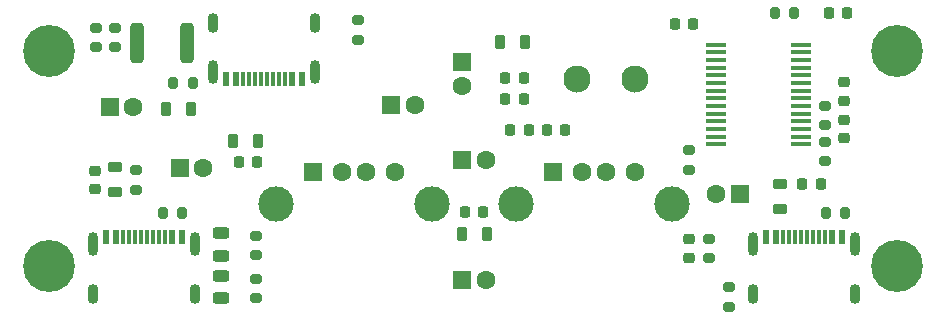
<source format=gbr>
%TF.GenerationSoftware,KiCad,Pcbnew,(5.99.0-10847-g28909c1a72)*%
%TF.CreationDate,2021-07-19T23:24:54+02:00*%
%TF.ProjectId,Project Hub,50726f6a-6563-4742-9048-75622e6b6963,rev?*%
%TF.SameCoordinates,Original*%
%TF.FileFunction,Soldermask,Top*%
%TF.FilePolarity,Negative*%
%FSLAX46Y46*%
G04 Gerber Fmt 4.6, Leading zero omitted, Abs format (unit mm)*
G04 Created by KiCad (PCBNEW (5.99.0-10847-g28909c1a72)) date 2021-07-19 23:24:54*
%MOMM*%
%LPD*%
G01*
G04 APERTURE LIST*
G04 Aperture macros list*
%AMRoundRect*
0 Rectangle with rounded corners*
0 $1 Rounding radius*
0 $2 $3 $4 $5 $6 $7 $8 $9 X,Y pos of 4 corners*
0 Add a 4 corners polygon primitive as box body*
4,1,4,$2,$3,$4,$5,$6,$7,$8,$9,$2,$3,0*
0 Add four circle primitives for the rounded corners*
1,1,$1+$1,$2,$3*
1,1,$1+$1,$4,$5*
1,1,$1+$1,$6,$7*
1,1,$1+$1,$8,$9*
0 Add four rect primitives between the rounded corners*
20,1,$1+$1,$2,$3,$4,$5,0*
20,1,$1+$1,$4,$5,$6,$7,0*
20,1,$1+$1,$6,$7,$8,$9,0*
20,1,$1+$1,$8,$9,$2,$3,0*%
G04 Aperture macros list end*
%ADD10RoundRect,0.225000X0.225000X0.250000X-0.225000X0.250000X-0.225000X-0.250000X0.225000X-0.250000X0*%
%ADD11R,1.600000X1.600000*%
%ADD12C,1.600000*%
%ADD13RoundRect,0.200000X0.275000X-0.200000X0.275000X0.200000X-0.275000X0.200000X-0.275000X-0.200000X0*%
%ADD14R,0.600000X1.160000*%
%ADD15R,0.300000X1.160000*%
%ADD16O,0.900000X2.000000*%
%ADD17O,0.900000X1.700000*%
%ADD18C,0.700000*%
%ADD19C,4.400000*%
%ADD20RoundRect,0.225000X-0.225000X-0.250000X0.225000X-0.250000X0.225000X0.250000X-0.225000X0.250000X0*%
%ADD21RoundRect,0.200000X-0.275000X0.200000X-0.275000X-0.200000X0.275000X-0.200000X0.275000X0.200000X0*%
%ADD22R,1.600000X1.500000*%
%ADD23C,3.000000*%
%ADD24R,1.750000X0.450000*%
%ADD25RoundRect,0.200000X-0.200000X-0.275000X0.200000X-0.275000X0.200000X0.275000X-0.200000X0.275000X0*%
%ADD26RoundRect,0.218750X0.381250X-0.218750X0.381250X0.218750X-0.381250X0.218750X-0.381250X-0.218750X0*%
%ADD27RoundRect,0.200000X0.200000X0.275000X-0.200000X0.275000X-0.200000X-0.275000X0.200000X-0.275000X0*%
%ADD28RoundRect,0.218750X0.218750X0.381250X-0.218750X0.381250X-0.218750X-0.381250X0.218750X-0.381250X0*%
%ADD29RoundRect,0.243750X0.456250X-0.243750X0.456250X0.243750X-0.456250X0.243750X-0.456250X-0.243750X0*%
%ADD30RoundRect,0.225000X-0.250000X0.225000X-0.250000X-0.225000X0.250000X-0.225000X0.250000X0.225000X0*%
%ADD31RoundRect,0.250000X0.312500X1.450000X-0.312500X1.450000X-0.312500X-1.450000X0.312500X-1.450000X0*%
%ADD32RoundRect,0.225000X0.250000X-0.225000X0.250000X0.225000X-0.250000X0.225000X-0.250000X-0.225000X0*%
%ADD33RoundRect,0.218750X-0.218750X-0.381250X0.218750X-0.381250X0.218750X0.381250X-0.218750X0.381250X0*%
%ADD34C,2.300000*%
G04 APERTURE END LIST*
D10*
%TO.C,C2*%
X55334200Y-95859600D03*
X53784200Y-95859600D03*
%TD*%
D11*
%TO.C,PC6*%
X72655088Y-95756400D03*
D12*
X74655088Y-95756400D03*
%TD*%
D13*
%TO.C,R13*%
X55168800Y-107442000D03*
X55168800Y-105792000D03*
%TD*%
D14*
%TO.C,USB3*%
X59080000Y-88870000D03*
X58280000Y-88870000D03*
D15*
X57130000Y-88870000D03*
X56130000Y-88870000D03*
X55630000Y-88870000D03*
X54630000Y-88870000D03*
D14*
X53480000Y-88870000D03*
X52680000Y-88870000D03*
X52680000Y-88870000D03*
X53480000Y-88870000D03*
D15*
X54130000Y-88870000D03*
X55130000Y-88870000D03*
X56630000Y-88870000D03*
X57630000Y-88870000D03*
D14*
X58280000Y-88870000D03*
X59080000Y-88870000D03*
D16*
X51560000Y-88290000D03*
D17*
X60200000Y-84120000D03*
X51560000Y-84120000D03*
D16*
X60200000Y-88290000D03*
%TD*%
D13*
%TO.C,R5*%
X103378000Y-95821000D03*
X103378000Y-94171000D03*
%TD*%
D11*
%TO.C,PC2*%
X72655088Y-105870000D03*
D12*
X74655088Y-105870000D03*
%TD*%
D13*
%TO.C,R8*%
X43307000Y-86169000D03*
X43307000Y-84519000D03*
%TD*%
%TO.C,R1*%
X63881000Y-85534000D03*
X63881000Y-83884000D03*
%TD*%
D18*
%TO.C,M2*%
X38806726Y-85303274D03*
X35990000Y-86470000D03*
X38806726Y-87636726D03*
X37640000Y-88120000D03*
X37640000Y-84820000D03*
X39290000Y-86470000D03*
X36473274Y-85303274D03*
D19*
X37640000Y-86470000D03*
D18*
X36473274Y-87636726D03*
%TD*%
D20*
%TO.C,C8*%
X101460000Y-97790000D03*
X103010000Y-97790000D03*
%TD*%
D21*
%TO.C,R9*%
X41656000Y-84519000D03*
X41656000Y-86169000D03*
%TD*%
D18*
%TO.C,M2*%
X38806726Y-103503274D03*
X35990000Y-104670000D03*
X38806726Y-105836726D03*
X37640000Y-106320000D03*
X37640000Y-103020000D03*
X39290000Y-104670000D03*
X36473274Y-103503274D03*
D19*
X37640000Y-104670000D03*
D18*
X36473274Y-105836726D03*
%TD*%
D20*
%TO.C,C6*%
X76314000Y-88773000D03*
X77864000Y-88773000D03*
%TD*%
D22*
%TO.C,USB2*%
X80320000Y-96748000D03*
D12*
X82820000Y-96748000D03*
X84820000Y-96748000D03*
X87320000Y-96748000D03*
D23*
X77250000Y-99458000D03*
X90390000Y-99458000D03*
%TD*%
D21*
%TO.C,R10*%
X95250000Y-106490000D03*
X95250000Y-108140000D03*
%TD*%
D11*
%TO.C,PC7*%
X96190000Y-98570000D03*
D12*
X94190000Y-98570000D03*
%TD*%
D13*
%TO.C,R3*%
X93573600Y-104037600D03*
X93573600Y-102387600D03*
%TD*%
D24*
%TO.C,U1*%
X94190000Y-85945000D03*
X94190000Y-86595000D03*
X94190000Y-87245000D03*
X94190000Y-87895000D03*
X94190000Y-88545000D03*
X94190000Y-89195000D03*
X94190000Y-89845000D03*
X94190000Y-90495000D03*
X94190000Y-91145000D03*
X94190000Y-91795000D03*
X94190000Y-92445000D03*
X94190000Y-93095000D03*
X94190000Y-93745000D03*
X94190000Y-94395000D03*
X101390000Y-94395000D03*
X101390000Y-93745000D03*
X101390000Y-93095000D03*
X101390000Y-92445000D03*
X101390000Y-91795000D03*
X101390000Y-91145000D03*
X101390000Y-90495000D03*
X101390000Y-89845000D03*
X101390000Y-89195000D03*
X101390000Y-88545000D03*
X101390000Y-87895000D03*
X101390000Y-87245000D03*
X101390000Y-86595000D03*
X101390000Y-85945000D03*
%TD*%
D25*
%TO.C,R11*%
X103442000Y-100203000D03*
X105092000Y-100203000D03*
%TD*%
D11*
%TO.C,PC1*%
X48734888Y-96370000D03*
D12*
X50734888Y-96370000D03*
%TD*%
D10*
%TO.C,C7*%
X77864000Y-90551000D03*
X76314000Y-90551000D03*
%TD*%
D22*
%TO.C,USB1*%
X60000000Y-96748000D03*
D12*
X62500000Y-96748000D03*
X64500000Y-96748000D03*
X67000000Y-96748000D03*
D23*
X70070000Y-99458000D03*
X56930000Y-99458000D03*
%TD*%
D26*
%TO.C,FB4*%
X43307000Y-98471500D03*
X43307000Y-96346500D03*
%TD*%
D18*
%TO.C,M2*%
X110656726Y-103503274D03*
X107840000Y-104670000D03*
X110656726Y-105836726D03*
X109490000Y-106320000D03*
X109490000Y-103020000D03*
X111140000Y-104670000D03*
X108323274Y-103503274D03*
D19*
X109490000Y-104670000D03*
D18*
X108323274Y-105836726D03*
%TD*%
D27*
%TO.C,R2*%
X49847000Y-89204800D03*
X48197000Y-89204800D03*
%TD*%
D11*
%TO.C,PC3*%
X42834888Y-91270000D03*
D12*
X44834888Y-91270000D03*
%TD*%
D27*
%TO.C,R7*%
X100774000Y-83312000D03*
X99124000Y-83312000D03*
%TD*%
D28*
%TO.C,FB2*%
X74773300Y-102006400D03*
X72648300Y-102006400D03*
%TD*%
%TO.C,L1*%
X49703500Y-91440000D03*
X47578500Y-91440000D03*
%TD*%
D11*
%TO.C,PC5*%
X72690000Y-87414888D03*
D12*
X72690000Y-89414888D03*
%TD*%
D10*
%TO.C,C9*%
X105270600Y-83312000D03*
X103720600Y-83312000D03*
%TD*%
D29*
%TO.C,D1*%
X52273200Y-103807500D03*
X52273200Y-101932500D03*
%TD*%
D30*
%TO.C,C1*%
X105029000Y-92316000D03*
X105029000Y-93866000D03*
%TD*%
D11*
%TO.C,PC4*%
X66634888Y-91070000D03*
D12*
X68634888Y-91070000D03*
%TD*%
D10*
%TO.C,C11*%
X81356800Y-93167200D03*
X79806800Y-93167200D03*
%TD*%
D14*
%TO.C,USB4*%
X98400000Y-102279000D03*
X99200000Y-102279000D03*
D15*
X100350000Y-102279000D03*
X101350000Y-102279000D03*
X101850000Y-102279000D03*
X102850000Y-102279000D03*
D14*
X104000000Y-102279000D03*
X104800000Y-102279000D03*
X104800000Y-102279000D03*
X104000000Y-102279000D03*
D15*
X103350000Y-102279000D03*
X102350000Y-102279000D03*
X100850000Y-102279000D03*
X99850000Y-102279000D03*
D14*
X99200000Y-102279000D03*
X98400000Y-102279000D03*
D17*
X97280000Y-107029000D03*
D16*
X105920000Y-102859000D03*
X97280000Y-102859000D03*
D17*
X105920000Y-107029000D03*
%TD*%
D18*
%TO.C,M2*%
X110656726Y-85303274D03*
X107840000Y-86470000D03*
X110656726Y-87636726D03*
X109490000Y-88120000D03*
X109490000Y-84820000D03*
X111140000Y-86470000D03*
X108323274Y-85303274D03*
D19*
X109490000Y-86470000D03*
D18*
X108323274Y-87636726D03*
%TD*%
D20*
%TO.C,C12*%
X76745800Y-93167200D03*
X78295800Y-93167200D03*
%TD*%
D30*
%TO.C,C5*%
X105029000Y-89141000D03*
X105029000Y-90691000D03*
%TD*%
D31*
%TO.C,F1*%
X49381500Y-85852000D03*
X45106500Y-85852000D03*
%TD*%
D32*
%TO.C,C13*%
X41562000Y-98184000D03*
X41562000Y-96634000D03*
%TD*%
D26*
%TO.C,FB3*%
X99568000Y-99868500D03*
X99568000Y-97743500D03*
%TD*%
D21*
%TO.C,R4*%
X91846400Y-94882200D03*
X91846400Y-96532200D03*
%TD*%
D33*
%TO.C,L2*%
X75899500Y-85750400D03*
X78024500Y-85750400D03*
%TD*%
D13*
%TO.C,R12*%
X55168800Y-103796600D03*
X55168800Y-102146600D03*
%TD*%
D10*
%TO.C,C3*%
X74435000Y-100126800D03*
X72885000Y-100126800D03*
%TD*%
D30*
%TO.C,C4*%
X91846400Y-102437600D03*
X91846400Y-103987600D03*
%TD*%
D25*
%TO.C,R15*%
X47308000Y-100203000D03*
X48958000Y-100203000D03*
%TD*%
D28*
%TO.C,FB1*%
X55367700Y-94081600D03*
X53242700Y-94081600D03*
%TD*%
D34*
%TO.C,Y1*%
X87286000Y-88900000D03*
X82386000Y-88900000D03*
%TD*%
D10*
%TO.C,C10*%
X92215000Y-84175600D03*
X90665000Y-84175600D03*
%TD*%
D13*
%TO.C,R14*%
X45085000Y-98234000D03*
X45085000Y-96584000D03*
%TD*%
D29*
%TO.C,D2*%
X52273200Y-107414300D03*
X52273200Y-105539300D03*
%TD*%
D14*
%TO.C,USB5*%
X42520000Y-102279000D03*
X43320000Y-102279000D03*
D15*
X44470000Y-102279000D03*
X45470000Y-102279000D03*
X45970000Y-102279000D03*
X46970000Y-102279000D03*
D14*
X48120000Y-102279000D03*
X48920000Y-102279000D03*
X48920000Y-102279000D03*
X48120000Y-102279000D03*
D15*
X47470000Y-102279000D03*
X46470000Y-102279000D03*
X44970000Y-102279000D03*
X43970000Y-102279000D03*
D14*
X43320000Y-102279000D03*
X42520000Y-102279000D03*
D16*
X50040000Y-102859000D03*
D17*
X41400000Y-107029000D03*
X50040000Y-107029000D03*
D16*
X41400000Y-102859000D03*
%TD*%
D21*
%TO.C,R6*%
X103378000Y-91123000D03*
X103378000Y-92773000D03*
%TD*%
M02*

</source>
